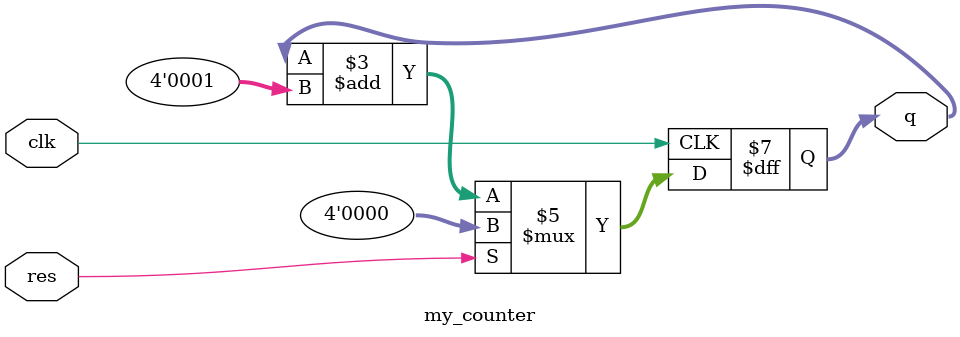
<source format=v>
module my_counter(clk, res, q);
    input clk, res;
    output reg [3:0] q;

    // クロック信号の立ち上がりエッジで動作
    always @(posedge clk) begin
        if (res == 1'b1)
            q <= 4'b0000;      // リセット信号が1のとき、qを0に
        else
            q <= q + 4'b0001;  // それ以外の場合、qを1加算
    end
endmodule


</source>
